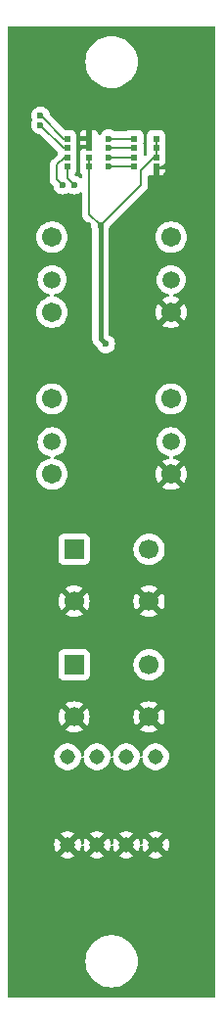
<source format=gbr>
%TF.GenerationSoftware,KiCad,Pcbnew,8.0.2*%
%TF.CreationDate,2024-05-27T22:07:23-04:00*%
%TF.ProjectId,tundraSaber,74756e64-7261-4536-9162-65722e6b6963,rev?*%
%TF.SameCoordinates,Original*%
%TF.FileFunction,Copper,L1,Top*%
%TF.FilePolarity,Positive*%
%FSLAX46Y46*%
G04 Gerber Fmt 4.6, Leading zero omitted, Abs format (unit mm)*
G04 Created by KiCad (PCBNEW 8.0.2) date 2024-05-27 22:07:23*
%MOMM*%
%LPD*%
G01*
G04 APERTURE LIST*
%TA.AperFunction,SMDPad,CuDef*%
%ADD10R,0.609600X0.508000*%
%TD*%
%TA.AperFunction,ComponentPad*%
%ADD11C,1.308100*%
%TD*%
%TA.AperFunction,ComponentPad*%
%ADD12R,1.700000X1.700000*%
%TD*%
%TA.AperFunction,ComponentPad*%
%ADD13C,1.700000*%
%TD*%
%TA.AperFunction,ComponentPad*%
%ADD14C,1.701800*%
%TD*%
%TA.AperFunction,ComponentPad*%
%ADD15C,1.498600*%
%TD*%
%TA.AperFunction,ViaPad*%
%ADD16C,0.600000*%
%TD*%
%TA.AperFunction,Conductor*%
%ADD17C,0.200000*%
%TD*%
%TA.AperFunction,Conductor*%
%ADD18C,0.400000*%
%TD*%
G04 APERTURE END LIST*
D10*
%TO.P,R2,8*%
%TO.N,/GND*%
X-1947500Y74769200D03*
%TO.P,R2,7*%
X-1947500Y73956400D03*
%TO.P,R2,6*%
%TO.N,/VCC*%
X-1947500Y73143600D03*
%TO.P,R2,5*%
X-1947500Y72330800D03*
%TO.P,R2,4*%
%TO.N,/SCL*%
X-3852500Y72330800D03*
%TO.P,R2,3*%
%TO.N,/SDA*%
X-3852500Y73143600D03*
%TO.P,R2,2*%
%TO.N,/ADDR0*%
X-3852500Y73956400D03*
%TO.P,R2,1*%
%TO.N,/ADDR1*%
X-3852500Y74769200D03*
%TD*%
%TO.P,R1,1*%
%TO.N,/INTA*%
X1947500Y74769200D03*
%TO.P,R1,2*%
%TO.N,/INTB*%
X1947500Y73956400D03*
%TO.P,R1,3*%
%TO.N,/RESET*%
X1947500Y73143600D03*
%TO.P,R1,4*%
%TO.N,/ADDR2*%
X1947500Y72330800D03*
%TO.P,R1,5*%
%TO.N,/GND*%
X3852500Y72330800D03*
%TO.P,R1,6*%
%TO.N,/VCC*%
X3852500Y73143600D03*
%TO.P,R1,7*%
X3852500Y73956400D03*
%TO.P,R1,8*%
X3852500Y74769200D03*
%TD*%
D11*
%TO.P,SW3,1,1*%
%TO.N,/DIP1*%
X3810000Y21310000D03*
%TO.P,SW3,2,2*%
%TO.N,/DIP2*%
X1270000Y21310000D03*
%TO.P,SW3,3,3*%
%TO.N,/DIP3*%
X-1270000Y21310000D03*
%TO.P,SW3,4,4*%
%TO.N,/DIP4*%
X-3810000Y21310000D03*
%TO.P,SW3,5,5*%
%TO.N,/GND*%
X-3810000Y13690000D03*
%TO.P,SW3,6,6*%
X-1270000Y13690000D03*
%TO.P,SW3,7,7*%
X1270000Y13690000D03*
%TO.P,SW3,8,8*%
X3810000Y13690000D03*
%TD*%
D12*
%TO.P,SW1,1,1*%
%TO.N,/BTN1*%
X-3250000Y39250000D03*
D13*
X3250000Y39250000D03*
%TO.P,SW1,2,2*%
%TO.N,/GND*%
X-3250000Y34750000D03*
X3250000Y34750000D03*
%TD*%
D12*
%TO.P,SW2,1,1*%
%TO.N,/BTN2*%
X-3250000Y29250000D03*
D13*
X3250000Y29250000D03*
%TO.P,SW2,2,2*%
%TO.N,/GND*%
X-3250000Y24750000D03*
X3250000Y24750000D03*
%TD*%
D14*
%TO.P,J2,6,6*%
%TO.N,/JOY2_BTN5*%
X5150000Y52250001D03*
D15*
%TO.P,J2,5,5*%
%TO.N,/JOY2_BTN4*%
X5150000Y48550000D03*
D14*
%TO.P,J2,4,4*%
%TO.N,/GND*%
X5150000Y45749999D03*
%TO.P,J2,1,1*%
%TO.N,/JOY2_BTN1*%
X-5150000Y52250001D03*
D15*
%TO.P,J2,2,2*%
%TO.N,/JOY2_BTN2*%
X-5150000Y48550000D03*
D14*
%TO.P,J2,3,3*%
%TO.N,/JOY2_BTN3*%
X-5150000Y45749999D03*
%TD*%
%TO.P,J1,3,3*%
%TO.N,/JOY1_BTN3*%
X-5150000Y59749999D03*
D15*
%TO.P,J1,2,2*%
%TO.N,/JOY1_BTN2*%
X-5150000Y62550000D03*
D14*
%TO.P,J1,1,1*%
%TO.N,/JOY1_BTN1*%
X-5150000Y66250001D03*
%TO.P,J1,4,4*%
%TO.N,/GND*%
X5150000Y59749999D03*
D15*
%TO.P,J1,5,5*%
%TO.N,/JOY1_BTN4*%
X5150000Y62550000D03*
D14*
%TO.P,J1,6,6*%
%TO.N,/JOY1_BTN5*%
X5150000Y66250001D03*
%TD*%
D16*
%TO.N,/GND*%
X-6000000Y57000000D03*
X-6000000Y58000000D03*
X-5000000Y58000000D03*
%TO.N,/INTA*%
X-250000Y74750000D03*
%TO.N,/INTB*%
X-250000Y73949997D03*
%TO.N,/RESET*%
X-250000Y73149994D03*
%TO.N,/ADDR0*%
X-6150000Y75949997D03*
%TO.N,/ADDR1*%
X-6150000Y76750000D03*
%TO.N,/ADDR2*%
X-250000Y72349991D03*
%TO.N,/SCL*%
X-3250000Y70750000D03*
%TO.N,/SDA*%
X-4250000Y70750000D03*
%TO.N,/VCC*%
X-500000Y57000000D03*
X-974999Y67250000D03*
%TO.N,/GND*%
X-2000000Y67250000D03*
X5500000Y57000000D03*
X5500000Y58000000D03*
X4500000Y58000000D03*
X-8500000Y2000000D03*
X-7500000Y1000000D03*
X-8500000Y1000000D03*
X7500000Y1000000D03*
X8500000Y2000000D03*
X8500000Y1000000D03*
X7500000Y84000000D03*
X8500000Y83000000D03*
X8500000Y84000000D03*
X-7500000Y84000000D03*
X-8500000Y83000000D03*
X-8500000Y84000000D03*
%TD*%
D17*
%TO.N,/ADDR1*%
X-6150000Y76750000D02*
X-6101474Y76750000D01*
X-4120674Y74769200D02*
X-3852500Y74769200D01*
X-6101474Y76750000D02*
X-4120674Y74769200D01*
%TO.N,/VCC*%
X-1947500Y72330800D02*
X-1947500Y73143600D01*
X-974999Y67250000D02*
X-1947500Y68222501D01*
X-1947500Y68222501D02*
X-1947500Y72330800D01*
%TO.N,/SCL*%
X-3250000Y70750000D02*
X-3852500Y71352500D01*
X-3852500Y71352500D02*
X-3852500Y72330800D01*
%TO.N,/SDA*%
X-4750000Y71250000D02*
X-4750000Y72500000D01*
X-4250000Y70750000D02*
X-4750000Y71250000D01*
X-4750000Y72500000D02*
X-4106400Y73143600D01*
X-4106400Y73143600D02*
X-3852500Y73143600D01*
%TO.N,/ADDR0*%
X-6150000Y75949997D02*
X-4156403Y73956400D01*
X-4156403Y73956400D02*
X-3852500Y73956400D01*
%TO.N,/VCC*%
X3852500Y73956400D02*
X3852500Y74769200D01*
X2552300Y72052300D02*
X3852500Y73352500D01*
X3852500Y73352500D02*
X3852500Y73956400D01*
X-974999Y67250000D02*
X2552300Y70777299D01*
X2552300Y72052300D02*
X3643600Y73143600D01*
X2552300Y70777299D02*
X2552300Y72052300D01*
X3643600Y73143600D02*
X3852500Y73143600D01*
%TO.N,/ADDR2*%
X-250000Y72349991D02*
X-230809Y72330800D01*
X-230809Y72330800D02*
X1947500Y72330800D01*
%TO.N,/RESET*%
X-250000Y73149994D02*
X-243606Y73143600D01*
X-243606Y73143600D02*
X1947500Y73143600D01*
%TO.N,/INTB*%
X-250000Y73949997D02*
X-243597Y73956400D01*
X-243597Y73956400D02*
X1947500Y73956400D01*
%TO.N,/INTA*%
X-250000Y74750000D02*
X-230800Y74769200D01*
X-230800Y74769200D02*
X1947500Y74769200D01*
D18*
%TO.N,/VCC*%
X-500000Y57000000D02*
X-974999Y57474999D01*
X-974999Y57474999D02*
X-974999Y67250000D01*
%TD*%
%TA.AperFunction,Conductor*%
%TO.N,/GND*%
G36*
X8942539Y84479815D02*
G01*
X8988294Y84427011D01*
X8999500Y84375500D01*
X8999500Y624500D01*
X8979815Y557461D01*
X8927011Y511706D01*
X8875500Y500500D01*
X-8875500Y500500D01*
X-8942539Y520185D01*
X-8988294Y572989D01*
X-8999500Y624500D01*
X-8999500Y3613007D01*
X-2255329Y3613007D01*
X-2255329Y3612992D01*
X-2241108Y3396027D01*
X-2236034Y3318620D01*
X-2178481Y3029278D01*
X-2083652Y2749923D01*
X-2083650Y2749919D01*
X-1953174Y2485339D01*
X-1953170Y2485332D01*
X-1789274Y2240044D01*
X-1594758Y2018241D01*
X-1372955Y1823725D01*
X-1127667Y1659829D01*
X-1127660Y1659825D01*
X-863080Y1529349D01*
X-583730Y1434521D01*
X-583724Y1434519D01*
X-583722Y1434519D01*
X-294380Y1376966D01*
X-294373Y1376965D01*
X-294363Y1376964D01*
X-7Y1357671D01*
X0Y1357671D01*
X7Y1357671D01*
X294363Y1376964D01*
X294373Y1376965D01*
X294380Y1376966D01*
X583722Y1434519D01*
X583724Y1434519D01*
X583730Y1434521D01*
X863080Y1529349D01*
X1127660Y1659825D01*
X1127667Y1659829D01*
X1372955Y1823725D01*
X1594758Y2018241D01*
X1789274Y2240044D01*
X1953170Y2485332D01*
X1953174Y2485339D01*
X2083650Y2749919D01*
X2083652Y2749923D01*
X2178481Y3029278D01*
X2236034Y3318620D01*
X2241108Y3396027D01*
X2255329Y3612992D01*
X2255329Y3613007D01*
X2236035Y3907363D01*
X2236034Y3907380D01*
X2178481Y4196722D01*
X2083652Y4476077D01*
X1953172Y4740664D01*
X1789273Y4985957D01*
X1594758Y5207758D01*
X1372957Y5402273D01*
X1127665Y5566172D01*
X863077Y5696652D01*
X583722Y5791481D01*
X294380Y5849034D01*
X235675Y5852881D01*
X7Y5868329D01*
X-7Y5868329D01*
X-235675Y5852881D01*
X-294380Y5849034D01*
X-583722Y5791481D01*
X-863077Y5696652D01*
X-1127664Y5566172D01*
X-1372957Y5402273D01*
X-1594758Y5207758D01*
X-1789273Y4985957D01*
X-1953172Y4740664D01*
X-2083652Y4476077D01*
X-2178481Y4196722D01*
X-2236034Y3907380D01*
X-2236035Y3907363D01*
X-2255329Y3613007D01*
X-8999500Y3613007D01*
X-8999500Y13690000D01*
X-4968994Y13690000D01*
X-4968994Y13689999D01*
X-4949260Y13477039D01*
X-4890728Y13271319D01*
X-4795400Y13079874D01*
X-4795399Y13079871D01*
X-4786053Y13067497D01*
X-4216400Y13637151D01*
X-4216400Y13636496D01*
X-4188705Y13533135D01*
X-4135201Y13440464D01*
X-4059536Y13364799D01*
X-3966865Y13311295D01*
X-3863504Y13283600D01*
X-3862848Y13283600D01*
X-4429948Y12716498D01*
X-4429948Y12716497D01*
X-4326608Y12652511D01*
X-4326607Y12652510D01*
X-4127176Y12575251D01*
X-3916936Y12535950D01*
X-3703064Y12535950D01*
X-3492823Y12575251D01*
X-3293394Y12652509D01*
X-3293393Y12652510D01*
X-3190050Y12716497D01*
X-3757152Y13283600D01*
X-3756496Y13283600D01*
X-3653135Y13311295D01*
X-3560464Y13364799D01*
X-3484799Y13440464D01*
X-3431295Y13533135D01*
X-3403600Y13636496D01*
X-3403600Y13637154D01*
X-2833944Y13067498D01*
X-2833943Y13067498D01*
X-2824603Y13079866D01*
X-2729271Y13271319D01*
X-2670739Y13477039D01*
X-2663471Y13555480D01*
X-2637685Y13620417D01*
X-2580884Y13661105D01*
X-2511103Y13664625D01*
X-2450497Y13629860D01*
X-2418307Y13567847D01*
X-2416529Y13555480D01*
X-2409260Y13477039D01*
X-2350728Y13271319D01*
X-2255400Y13079874D01*
X-2255399Y13079871D01*
X-2246053Y13067497D01*
X-1676400Y13637151D01*
X-1676400Y13636496D01*
X-1648705Y13533135D01*
X-1595201Y13440464D01*
X-1519536Y13364799D01*
X-1426865Y13311295D01*
X-1323504Y13283600D01*
X-1322848Y13283600D01*
X-1889948Y12716498D01*
X-1889948Y12716497D01*
X-1786608Y12652511D01*
X-1786607Y12652510D01*
X-1587176Y12575251D01*
X-1376936Y12535950D01*
X-1163064Y12535950D01*
X-952823Y12575251D01*
X-753394Y12652509D01*
X-753393Y12652510D01*
X-650050Y12716497D01*
X-1217152Y13283600D01*
X-1216496Y13283600D01*
X-1113135Y13311295D01*
X-1020464Y13364799D01*
X-944799Y13440464D01*
X-891295Y13533135D01*
X-863600Y13636496D01*
X-863600Y13637154D01*
X-293944Y13067498D01*
X-293943Y13067498D01*
X-284603Y13079866D01*
X-189271Y13271319D01*
X-130739Y13477039D01*
X-123471Y13555480D01*
X-97685Y13620417D01*
X-40884Y13661105D01*
X28897Y13664625D01*
X89503Y13629860D01*
X121693Y13567847D01*
X123471Y13555480D01*
X130739Y13477039D01*
X189271Y13271319D01*
X284603Y13079866D01*
X293943Y13067498D01*
X293944Y13067498D01*
X863600Y13637154D01*
X863600Y13636496D01*
X891295Y13533135D01*
X944799Y13440464D01*
X1020464Y13364799D01*
X1113135Y13311295D01*
X1216496Y13283600D01*
X1217152Y13283600D01*
X650050Y12716497D01*
X753393Y12652510D01*
X753394Y12652509D01*
X952823Y12575251D01*
X1163064Y12535950D01*
X1376936Y12535950D01*
X1587176Y12575251D01*
X1786607Y12652510D01*
X1786608Y12652511D01*
X1889948Y12716497D01*
X1889948Y12716498D01*
X1322848Y13283600D01*
X1323504Y13283600D01*
X1426865Y13311295D01*
X1519536Y13364799D01*
X1595201Y13440464D01*
X1648705Y13533135D01*
X1676400Y13636496D01*
X1676400Y13637151D01*
X2246054Y13067497D01*
X2255399Y13079871D01*
X2255400Y13079874D01*
X2350728Y13271319D01*
X2409260Y13477039D01*
X2416529Y13555480D01*
X2442315Y13620417D01*
X2499116Y13661105D01*
X2568897Y13664625D01*
X2629503Y13629860D01*
X2661693Y13567847D01*
X2663471Y13555480D01*
X2670739Y13477039D01*
X2729271Y13271319D01*
X2824603Y13079866D01*
X2833943Y13067498D01*
X2833944Y13067498D01*
X3403600Y13637154D01*
X3403600Y13636496D01*
X3431295Y13533135D01*
X3484799Y13440464D01*
X3560464Y13364799D01*
X3653135Y13311295D01*
X3756496Y13283600D01*
X3757152Y13283600D01*
X3190050Y12716497D01*
X3293393Y12652510D01*
X3293394Y12652509D01*
X3492823Y12575251D01*
X3703064Y12535950D01*
X3916936Y12535950D01*
X4127176Y12575251D01*
X4326607Y12652510D01*
X4326608Y12652511D01*
X4429948Y12716497D01*
X4429948Y12716498D01*
X3862848Y13283600D01*
X3863504Y13283600D01*
X3966865Y13311295D01*
X4059536Y13364799D01*
X4135201Y13440464D01*
X4188705Y13533135D01*
X4216400Y13636496D01*
X4216400Y13637151D01*
X4786054Y13067497D01*
X4795399Y13079871D01*
X4795400Y13079874D01*
X4890728Y13271319D01*
X4949260Y13477039D01*
X4968994Y13689999D01*
X4968994Y13690000D01*
X4949260Y13902960D01*
X4890728Y14108680D01*
X4795398Y14300129D01*
X4795395Y14300133D01*
X4786055Y14312500D01*
X4786053Y14312500D01*
X4216400Y13742847D01*
X4216400Y13743504D01*
X4188705Y13846865D01*
X4135201Y13939536D01*
X4059536Y14015201D01*
X3966865Y14068705D01*
X3863504Y14096400D01*
X3862848Y14096400D01*
X4429947Y14663501D01*
X4326605Y14727490D01*
X4127176Y14804748D01*
X3916936Y14844050D01*
X3703064Y14844050D01*
X3492823Y14804748D01*
X3293392Y14727489D01*
X3293388Y14727487D01*
X3190051Y14663502D01*
X3190051Y14663501D01*
X3757153Y14096400D01*
X3756496Y14096400D01*
X3653135Y14068705D01*
X3560464Y14015201D01*
X3484799Y13939536D01*
X3431295Y13846865D01*
X3403600Y13743504D01*
X3403600Y13742845D01*
X2833943Y14312501D01*
X2824604Y14300134D01*
X2824599Y14300126D01*
X2729271Y14108680D01*
X2670739Y13902960D01*
X2663471Y13824519D01*
X2637685Y13759582D01*
X2580885Y13718894D01*
X2511104Y13715374D01*
X2450497Y13750139D01*
X2418307Y13812152D01*
X2416529Y13824519D01*
X2409260Y13902960D01*
X2350728Y14108680D01*
X2255398Y14300129D01*
X2255395Y14300133D01*
X2246055Y14312500D01*
X2246053Y14312500D01*
X1676400Y13742847D01*
X1676400Y13743504D01*
X1648705Y13846865D01*
X1595201Y13939536D01*
X1519536Y14015201D01*
X1426865Y14068705D01*
X1323504Y14096400D01*
X1322848Y14096400D01*
X1889947Y14663501D01*
X1786605Y14727490D01*
X1587176Y14804748D01*
X1376936Y14844050D01*
X1163064Y14844050D01*
X952823Y14804748D01*
X753392Y14727489D01*
X753388Y14727487D01*
X650051Y14663502D01*
X650051Y14663501D01*
X1217153Y14096400D01*
X1216496Y14096400D01*
X1113135Y14068705D01*
X1020464Y14015201D01*
X944799Y13939536D01*
X891295Y13846865D01*
X863600Y13743504D01*
X863600Y13742845D01*
X293943Y14312501D01*
X284604Y14300134D01*
X284599Y14300126D01*
X189271Y14108680D01*
X130739Y13902960D01*
X123471Y13824519D01*
X97685Y13759582D01*
X40885Y13718894D01*
X-28896Y13715374D01*
X-89503Y13750139D01*
X-121693Y13812152D01*
X-123471Y13824519D01*
X-130739Y13902960D01*
X-189271Y14108680D01*
X-284599Y14300126D01*
X-284604Y14300134D01*
X-293943Y14312500D01*
X-863600Y13742845D01*
X-863600Y13743504D01*
X-891295Y13846865D01*
X-944799Y13939536D01*
X-1020464Y14015201D01*
X-1113135Y14068705D01*
X-1216496Y14096400D01*
X-1217153Y14096400D01*
X-650051Y14663501D01*
X-650051Y14663502D01*
X-753388Y14727487D01*
X-753392Y14727489D01*
X-952823Y14804748D01*
X-1163064Y14844050D01*
X-1376936Y14844050D01*
X-1587176Y14804748D01*
X-1786605Y14727490D01*
X-1889947Y14663501D01*
X-1322848Y14096400D01*
X-1323504Y14096400D01*
X-1426865Y14068705D01*
X-1519536Y14015201D01*
X-1595201Y13939536D01*
X-1648705Y13846865D01*
X-1676400Y13743504D01*
X-1676400Y13742847D01*
X-2246053Y14312500D01*
X-2246055Y14312500D01*
X-2255395Y14300133D01*
X-2255398Y14300129D01*
X-2350728Y14108680D01*
X-2409260Y13902960D01*
X-2416529Y13824519D01*
X-2442315Y13759582D01*
X-2499115Y13718894D01*
X-2568896Y13715374D01*
X-2629503Y13750139D01*
X-2661693Y13812152D01*
X-2663471Y13824519D01*
X-2670739Y13902960D01*
X-2729271Y14108680D01*
X-2824599Y14300126D01*
X-2824604Y14300134D01*
X-2833943Y14312500D01*
X-3403600Y13742845D01*
X-3403600Y13743504D01*
X-3431295Y13846865D01*
X-3484799Y13939536D01*
X-3560464Y14015201D01*
X-3653135Y14068705D01*
X-3756496Y14096400D01*
X-3757153Y14096400D01*
X-3190051Y14663501D01*
X-3190051Y14663502D01*
X-3293388Y14727487D01*
X-3293392Y14727489D01*
X-3492823Y14804748D01*
X-3703064Y14844050D01*
X-3916936Y14844050D01*
X-4127176Y14804748D01*
X-4326605Y14727490D01*
X-4429947Y14663501D01*
X-3862848Y14096400D01*
X-3863504Y14096400D01*
X-3966865Y14068705D01*
X-4059536Y14015201D01*
X-4135201Y13939536D01*
X-4188705Y13846865D01*
X-4216400Y13743504D01*
X-4216400Y13742847D01*
X-4786053Y14312500D01*
X-4786055Y14312500D01*
X-4795395Y14300133D01*
X-4795398Y14300129D01*
X-4890728Y14108680D01*
X-4949260Y13902960D01*
X-4968994Y13690000D01*
X-8999500Y13690000D01*
X-8999500Y21310000D01*
X-4969496Y21310000D01*
X-4949753Y21096943D01*
X-4891198Y20891142D01*
X-4891196Y20891138D01*
X-4795826Y20699609D01*
X-4795821Y20699601D01*
X-4666876Y20528850D01*
X-4508752Y20384702D01*
X-4508750Y20384700D01*
X-4326835Y20272063D01*
X-4326832Y20272062D01*
X-4127311Y20194767D01*
X-3916985Y20155450D01*
X-3916983Y20155450D01*
X-3703017Y20155450D01*
X-3703015Y20155450D01*
X-3492689Y20194767D01*
X-3366514Y20243647D01*
X-3293170Y20272061D01*
X-3293164Y20272063D01*
X-3111249Y20384700D01*
X-3111247Y20384702D01*
X-2953123Y20528850D01*
X-2824178Y20699601D01*
X-2824173Y20699609D01*
X-2728803Y20891138D01*
X-2670246Y21096947D01*
X-2663471Y21170066D01*
X-2637685Y21235003D01*
X-2580884Y21275690D01*
X-2511103Y21279210D01*
X-2450497Y21244444D01*
X-2418307Y21182432D01*
X-2416529Y21170066D01*
X-2409753Y21096943D01*
X-2351198Y20891142D01*
X-2351196Y20891138D01*
X-2255826Y20699609D01*
X-2255821Y20699601D01*
X-2126876Y20528850D01*
X-1968752Y20384702D01*
X-1968750Y20384700D01*
X-1786835Y20272063D01*
X-1786832Y20272062D01*
X-1587311Y20194767D01*
X-1376985Y20155450D01*
X-1376983Y20155450D01*
X-1163017Y20155450D01*
X-1163015Y20155450D01*
X-952689Y20194767D01*
X-826514Y20243647D01*
X-753170Y20272061D01*
X-753164Y20272063D01*
X-571249Y20384700D01*
X-571247Y20384702D01*
X-413123Y20528850D01*
X-284178Y20699601D01*
X-284173Y20699609D01*
X-188803Y20891138D01*
X-130246Y21096947D01*
X-123471Y21170066D01*
X-97685Y21235003D01*
X-40884Y21275690D01*
X28897Y21279210D01*
X89503Y21244444D01*
X121693Y21182432D01*
X123471Y21170066D01*
X130246Y21096947D01*
X188803Y20891138D01*
X284173Y20699609D01*
X284178Y20699601D01*
X413123Y20528850D01*
X571247Y20384702D01*
X571249Y20384700D01*
X753164Y20272063D01*
X753170Y20272061D01*
X798101Y20254654D01*
X952689Y20194767D01*
X1163015Y20155450D01*
X1163017Y20155450D01*
X1376983Y20155450D01*
X1376985Y20155450D01*
X1587311Y20194767D01*
X1786832Y20272062D01*
X1786835Y20272063D01*
X1968750Y20384700D01*
X1968752Y20384702D01*
X2126876Y20528850D01*
X2255821Y20699601D01*
X2255826Y20699609D01*
X2351196Y20891138D01*
X2351198Y20891142D01*
X2409753Y21096943D01*
X2416529Y21170066D01*
X2442315Y21235003D01*
X2499116Y21275690D01*
X2568897Y21279210D01*
X2629503Y21244444D01*
X2661693Y21182432D01*
X2663471Y21170066D01*
X2670246Y21096947D01*
X2728803Y20891138D01*
X2824173Y20699609D01*
X2824178Y20699601D01*
X2953123Y20528850D01*
X3111247Y20384702D01*
X3111249Y20384700D01*
X3293164Y20272063D01*
X3293170Y20272061D01*
X3338101Y20254654D01*
X3492689Y20194767D01*
X3703015Y20155450D01*
X3703017Y20155450D01*
X3916983Y20155450D01*
X3916985Y20155450D01*
X4127311Y20194767D01*
X4326832Y20272062D01*
X4326835Y20272063D01*
X4508750Y20384700D01*
X4508752Y20384702D01*
X4666876Y20528850D01*
X4795821Y20699601D01*
X4795826Y20699609D01*
X4891196Y20891138D01*
X4891198Y20891142D01*
X4949753Y21096943D01*
X4969496Y21310000D01*
X4949753Y21523057D01*
X4891198Y21728858D01*
X4795823Y21920396D01*
X4666878Y22091147D01*
X4508752Y22235298D01*
X4326832Y22347938D01*
X4127311Y22425233D01*
X3916985Y22464550D01*
X3703015Y22464550D01*
X3492689Y22425233D01*
X3293168Y22347938D01*
X3293165Y22347936D01*
X3293164Y22347936D01*
X3111249Y22235299D01*
X3111247Y22235297D01*
X2953123Y22091149D01*
X2824178Y21920398D01*
X2824173Y21920390D01*
X2728803Y21728861D01*
X2670246Y21523052D01*
X2663471Y21449934D01*
X2637685Y21384996D01*
X2580884Y21344309D01*
X2511103Y21340789D01*
X2450497Y21375554D01*
X2418307Y21437567D01*
X2416529Y21449934D01*
X2409753Y21523052D01*
X2409753Y21523057D01*
X2351198Y21728858D01*
X2255823Y21920396D01*
X2126878Y22091147D01*
X1968752Y22235298D01*
X1786832Y22347938D01*
X1587311Y22425233D01*
X1376985Y22464550D01*
X1163015Y22464550D01*
X952689Y22425233D01*
X753168Y22347938D01*
X753165Y22347936D01*
X753164Y22347936D01*
X571249Y22235299D01*
X571247Y22235297D01*
X413123Y22091149D01*
X284178Y21920398D01*
X284173Y21920390D01*
X188803Y21728861D01*
X130246Y21523052D01*
X123471Y21449934D01*
X97685Y21384996D01*
X40884Y21344309D01*
X-28897Y21340789D01*
X-89503Y21375554D01*
X-121693Y21437567D01*
X-123471Y21449934D01*
X-130246Y21523052D01*
X-188803Y21728861D01*
X-284173Y21920390D01*
X-284178Y21920398D01*
X-413123Y22091149D01*
X-571247Y22235297D01*
X-571249Y22235299D01*
X-753164Y22347936D01*
X-753165Y22347936D01*
X-753168Y22347938D01*
X-952689Y22425233D01*
X-1163015Y22464550D01*
X-1376985Y22464550D01*
X-1587311Y22425233D01*
X-1786832Y22347938D01*
X-1968752Y22235298D01*
X-2126878Y22091147D01*
X-2255823Y21920396D01*
X-2351198Y21728858D01*
X-2409753Y21523057D01*
X-2409753Y21523052D01*
X-2416529Y21449934D01*
X-2442315Y21384996D01*
X-2499116Y21344309D01*
X-2568897Y21340789D01*
X-2629503Y21375554D01*
X-2661693Y21437567D01*
X-2663471Y21449934D01*
X-2670246Y21523052D01*
X-2728803Y21728861D01*
X-2824173Y21920390D01*
X-2824178Y21920398D01*
X-2953123Y22091149D01*
X-3111247Y22235297D01*
X-3111249Y22235299D01*
X-3293164Y22347936D01*
X-3293165Y22347936D01*
X-3293168Y22347938D01*
X-3492689Y22425233D01*
X-3703015Y22464550D01*
X-3916985Y22464550D01*
X-4127311Y22425233D01*
X-4326832Y22347938D01*
X-4508752Y22235298D01*
X-4666878Y22091147D01*
X-4795823Y21920396D01*
X-4891198Y21728858D01*
X-4949753Y21523057D01*
X-4969496Y21310000D01*
X-8999500Y21310000D01*
X-8999500Y24750001D01*
X-4605157Y24750001D01*
X-4605157Y24749998D01*
X-4584569Y24514684D01*
X-4584567Y24514673D01*
X-4523433Y24286516D01*
X-4523429Y24286507D01*
X-4423599Y24072421D01*
X-4364925Y23988625D01*
X-3732962Y24620589D01*
X-3715925Y24557007D01*
X-3650099Y24442993D01*
X-3557007Y24349901D01*
X-3442993Y24284075D01*
X-3379410Y24267037D01*
X-4011373Y23635073D01*
X-4011373Y23635072D01*
X-3927583Y23576402D01*
X-3927579Y23576400D01*
X-3713492Y23476570D01*
X-3713483Y23476566D01*
X-3485326Y23415432D01*
X-3485315Y23415430D01*
X-3250002Y23394843D01*
X-3249998Y23394843D01*
X-3014684Y23415430D01*
X-3014673Y23415432D01*
X-2786516Y23476566D01*
X-2786507Y23476570D01*
X-2572417Y23576402D01*
X-2488626Y23635072D01*
X-2488625Y23635073D01*
X-3120590Y24267037D01*
X-3057007Y24284075D01*
X-2942993Y24349901D01*
X-2849901Y24442993D01*
X-2784075Y24557007D01*
X-2767037Y24620589D01*
X-2135073Y23988625D01*
X-2135072Y23988626D01*
X-2076402Y24072417D01*
X-1976570Y24286507D01*
X-1976566Y24286516D01*
X-1915432Y24514673D01*
X-1915430Y24514684D01*
X-1894843Y24749998D01*
X-1894843Y24750001D01*
X1894843Y24750001D01*
X1894843Y24749998D01*
X1915430Y24514684D01*
X1915432Y24514673D01*
X1976566Y24286516D01*
X1976570Y24286507D01*
X2076402Y24072417D01*
X2135072Y23988626D01*
X2135073Y23988625D01*
X2767037Y24620589D01*
X2784075Y24557007D01*
X2849901Y24442993D01*
X2942993Y24349901D01*
X3057007Y24284075D01*
X3120590Y24267037D01*
X2488625Y23635073D01*
X2488626Y23635072D01*
X2572417Y23576402D01*
X2786507Y23476570D01*
X2786516Y23476566D01*
X3014673Y23415432D01*
X3014684Y23415430D01*
X3249998Y23394843D01*
X3250002Y23394843D01*
X3485315Y23415430D01*
X3485326Y23415432D01*
X3713483Y23476566D01*
X3713492Y23476570D01*
X3927579Y23576400D01*
X3927583Y23576402D01*
X4011373Y23635072D01*
X4011373Y23635073D01*
X3379410Y24267037D01*
X3442993Y24284075D01*
X3557007Y24349901D01*
X3650099Y24442993D01*
X3715925Y24557007D01*
X3732962Y24620589D01*
X4364925Y23988625D01*
X4423599Y24072421D01*
X4523429Y24286507D01*
X4523433Y24286516D01*
X4584567Y24514673D01*
X4584569Y24514684D01*
X4605157Y24749998D01*
X4605157Y24750001D01*
X4584569Y24985315D01*
X4584567Y24985326D01*
X4523433Y25213483D01*
X4523429Y25213492D01*
X4423601Y25427575D01*
X4364925Y25511373D01*
X3732962Y24879409D01*
X3715925Y24942993D01*
X3650099Y25057007D01*
X3557007Y25150099D01*
X3442993Y25215925D01*
X3379409Y25232962D01*
X4011373Y25864925D01*
X4011373Y25864926D01*
X3927582Y25923598D01*
X3927578Y25923600D01*
X3713492Y26023429D01*
X3713483Y26023433D01*
X3485326Y26084567D01*
X3485315Y26084569D01*
X3250002Y26105157D01*
X3249998Y26105157D01*
X3014684Y26084569D01*
X3014673Y26084567D01*
X2786516Y26023433D01*
X2786507Y26023429D01*
X2572423Y25923600D01*
X2572421Y25923599D01*
X2488626Y25864925D01*
X2488625Y25864925D01*
X3120590Y25232962D01*
X3057007Y25215925D01*
X2942993Y25150099D01*
X2849901Y25057007D01*
X2784075Y24942993D01*
X2767037Y24879409D01*
X2135074Y25511373D01*
X2135073Y25511372D01*
X2076400Y25427578D01*
X2076399Y25427576D01*
X1976570Y25213492D01*
X1976566Y25213483D01*
X1915432Y24985326D01*
X1915430Y24985315D01*
X1894843Y24750001D01*
X-1894843Y24750001D01*
X-1915430Y24985315D01*
X-1915432Y24985326D01*
X-1976566Y25213483D01*
X-1976570Y25213492D01*
X-2076399Y25427576D01*
X-2076400Y25427578D01*
X-2135073Y25511372D01*
X-2135074Y25511373D01*
X-2767037Y24879409D01*
X-2784075Y24942993D01*
X-2849901Y25057007D01*
X-2942993Y25150099D01*
X-3057007Y25215925D01*
X-3120590Y25232962D01*
X-2488625Y25864925D01*
X-2572421Y25923599D01*
X-2786507Y26023429D01*
X-2786516Y26023433D01*
X-3014673Y26084567D01*
X-3014684Y26084569D01*
X-3249998Y26105157D01*
X-3250002Y26105157D01*
X-3485315Y26084569D01*
X-3485326Y26084567D01*
X-3713483Y26023433D01*
X-3713492Y26023429D01*
X-3927575Y25923601D01*
X-4011373Y25864925D01*
X-3379409Y25232962D01*
X-3442993Y25215925D01*
X-3557007Y25150099D01*
X-3650099Y25057007D01*
X-3715925Y24942993D01*
X-3732962Y24879409D01*
X-4364925Y25511373D01*
X-4423601Y25427575D01*
X-4523429Y25213492D01*
X-4523433Y25213483D01*
X-4584567Y24985326D01*
X-4584569Y24985315D01*
X-4605157Y24750001D01*
X-8999500Y24750001D01*
X-8999500Y30147873D01*
X-4600500Y30147873D01*
X-4600499Y28352128D01*
X-4595299Y28303757D01*
X-4594091Y28292516D01*
X-4543797Y28157671D01*
X-4543793Y28157664D01*
X-4457547Y28042455D01*
X-4457544Y28042452D01*
X-4342335Y27956206D01*
X-4342328Y27956202D01*
X-4207482Y27905908D01*
X-4207483Y27905908D01*
X-4147883Y27899501D01*
X-4147881Y27899500D01*
X-4147873Y27899500D01*
X-4147864Y27899500D01*
X-2352129Y27899500D01*
X-2352123Y27899501D01*
X-2292516Y27905908D01*
X-2157671Y27956202D01*
X-2157664Y27956206D01*
X-2042455Y28042452D01*
X-2042452Y28042455D01*
X-1956206Y28157664D01*
X-1956202Y28157671D01*
X-1905908Y28292517D01*
X-1899501Y28352116D01*
X-1899500Y28352119D01*
X-1899500Y28352127D01*
X-1899500Y29249999D01*
X-1899500Y29250000D01*
X1894341Y29250000D01*
X1894341Y29249999D01*
X1914936Y29014596D01*
X1914938Y29014586D01*
X1976094Y28786344D01*
X1976098Y28786335D01*
X2075965Y28572169D01*
X2075967Y28572165D01*
X2211501Y28378604D01*
X2211506Y28378597D01*
X2378597Y28211506D01*
X2378604Y28211501D01*
X2572165Y28075967D01*
X2572169Y28075965D01*
X2786335Y27976098D01*
X2786344Y27976094D01*
X3014586Y27914938D01*
X3014596Y27914936D01*
X3249999Y27894341D01*
X3250000Y27894341D01*
X3250001Y27894341D01*
X3485403Y27914936D01*
X3485413Y27914938D01*
X3713655Y27976094D01*
X3713659Y27976096D01*
X3713663Y27976097D01*
X3927830Y28075965D01*
X3927834Y28075967D01*
X4121395Y28211501D01*
X4121402Y28211506D01*
X4288493Y28378597D01*
X4288495Y28378599D01*
X4356265Y28475384D01*
X4424032Y28572165D01*
X4424034Y28572169D01*
X4424035Y28572170D01*
X4523903Y28786337D01*
X4585063Y29014592D01*
X4605659Y29250000D01*
X4585063Y29485408D01*
X4523903Y29713663D01*
X4424035Y29927829D01*
X4288495Y30121401D01*
X4121401Y30288495D01*
X3927830Y30424035D01*
X3713663Y30523903D01*
X3485408Y30585063D01*
X3289234Y30602226D01*
X3250001Y30605659D01*
X3249999Y30605659D01*
X3202918Y30601539D01*
X3014592Y30585063D01*
X2786337Y30523903D01*
X2572171Y30424035D01*
X2572169Y30424034D01*
X2378597Y30288494D01*
X2211505Y30121402D01*
X2075965Y29927830D01*
X2075964Y29927828D01*
X2026031Y29820746D01*
X1976097Y29713663D01*
X1976096Y29713659D01*
X1976094Y29713655D01*
X1914938Y29485413D01*
X1914936Y29485403D01*
X1894341Y29250000D01*
X-1899500Y29250000D01*
X-1899500Y30147870D01*
X-1899501Y30147876D01*
X-1905908Y30207483D01*
X-1956202Y30342328D01*
X-1956206Y30342335D01*
X-2042452Y30457544D01*
X-2042455Y30457547D01*
X-2157664Y30543793D01*
X-2157671Y30543797D01*
X-2292517Y30594091D01*
X-2292516Y30594091D01*
X-2298925Y30594779D01*
X-2352127Y30600500D01*
X-4147872Y30600499D01*
X-4207483Y30594091D01*
X-4342331Y30543796D01*
X-4457546Y30457546D01*
X-4543796Y30342331D01*
X-4594091Y30207483D01*
X-4600500Y30147873D01*
X-8999500Y30147873D01*
X-8999500Y34750001D01*
X-4605157Y34750001D01*
X-4605157Y34749998D01*
X-4584569Y34514684D01*
X-4584567Y34514673D01*
X-4523433Y34286516D01*
X-4523429Y34286507D01*
X-4423599Y34072421D01*
X-4364925Y33988625D01*
X-3732962Y34620589D01*
X-3715925Y34557007D01*
X-3650099Y34442993D01*
X-3557007Y34349901D01*
X-3442993Y34284075D01*
X-3379410Y34267037D01*
X-4011373Y33635073D01*
X-4011373Y33635072D01*
X-3927583Y33576402D01*
X-3927579Y33576400D01*
X-3713492Y33476570D01*
X-3713483Y33476566D01*
X-3485326Y33415432D01*
X-3485315Y33415430D01*
X-3250002Y33394843D01*
X-3249998Y33394843D01*
X-3014684Y33415430D01*
X-3014673Y33415432D01*
X-2786516Y33476566D01*
X-2786507Y33476570D01*
X-2572417Y33576402D01*
X-2488626Y33635072D01*
X-2488625Y33635073D01*
X-3120590Y34267037D01*
X-3057007Y34284075D01*
X-2942993Y34349901D01*
X-2849901Y34442993D01*
X-2784075Y34557007D01*
X-2767037Y34620589D01*
X-2135073Y33988625D01*
X-2135072Y33988626D01*
X-2076402Y34072417D01*
X-1976570Y34286507D01*
X-1976566Y34286516D01*
X-1915432Y34514673D01*
X-1915430Y34514684D01*
X-1894843Y34749998D01*
X-1894843Y34750001D01*
X1894843Y34750001D01*
X1894843Y34749998D01*
X1915430Y34514684D01*
X1915432Y34514673D01*
X1976566Y34286516D01*
X1976570Y34286507D01*
X2076402Y34072417D01*
X2135072Y33988626D01*
X2135073Y33988625D01*
X2767037Y34620589D01*
X2784075Y34557007D01*
X2849901Y34442993D01*
X2942993Y34349901D01*
X3057007Y34284075D01*
X3120590Y34267037D01*
X2488625Y33635073D01*
X2488626Y33635072D01*
X2572417Y33576402D01*
X2786507Y33476570D01*
X2786516Y33476566D01*
X3014673Y33415432D01*
X3014684Y33415430D01*
X3249998Y33394843D01*
X3250002Y33394843D01*
X3485315Y33415430D01*
X3485326Y33415432D01*
X3713483Y33476566D01*
X3713492Y33476570D01*
X3927579Y33576400D01*
X3927583Y33576402D01*
X4011373Y33635072D01*
X4011373Y33635073D01*
X3379410Y34267037D01*
X3442993Y34284075D01*
X3557007Y34349901D01*
X3650099Y34442993D01*
X3715925Y34557007D01*
X3732962Y34620589D01*
X4364925Y33988625D01*
X4423599Y34072421D01*
X4523429Y34286507D01*
X4523433Y34286516D01*
X4584567Y34514673D01*
X4584569Y34514684D01*
X4605157Y34749998D01*
X4605157Y34750001D01*
X4584569Y34985315D01*
X4584567Y34985326D01*
X4523433Y35213483D01*
X4523429Y35213492D01*
X4423601Y35427575D01*
X4364925Y35511373D01*
X3732962Y34879409D01*
X3715925Y34942993D01*
X3650099Y35057007D01*
X3557007Y35150099D01*
X3442993Y35215925D01*
X3379409Y35232962D01*
X4011373Y35864925D01*
X4011373Y35864926D01*
X3927582Y35923598D01*
X3927578Y35923600D01*
X3713492Y36023429D01*
X3713483Y36023433D01*
X3485326Y36084567D01*
X3485315Y36084569D01*
X3250002Y36105157D01*
X3249998Y36105157D01*
X3014684Y36084569D01*
X3014673Y36084567D01*
X2786516Y36023433D01*
X2786507Y36023429D01*
X2572423Y35923600D01*
X2572421Y35923599D01*
X2488626Y35864925D01*
X2488625Y35864925D01*
X3120590Y35232962D01*
X3057007Y35215925D01*
X2942993Y35150099D01*
X2849901Y35057007D01*
X2784075Y34942993D01*
X2767037Y34879409D01*
X2135074Y35511373D01*
X2135073Y35511372D01*
X2076400Y35427578D01*
X2076399Y35427576D01*
X1976570Y35213492D01*
X1976566Y35213483D01*
X1915432Y34985326D01*
X1915430Y34985315D01*
X1894843Y34750001D01*
X-1894843Y34750001D01*
X-1915430Y34985315D01*
X-1915432Y34985326D01*
X-1976566Y35213483D01*
X-1976570Y35213492D01*
X-2076399Y35427576D01*
X-2076400Y35427578D01*
X-2135073Y35511372D01*
X-2135074Y35511373D01*
X-2767037Y34879409D01*
X-2784075Y34942993D01*
X-2849901Y35057007D01*
X-2942993Y35150099D01*
X-3057007Y35215925D01*
X-3120590Y35232962D01*
X-2488625Y35864925D01*
X-2572421Y35923599D01*
X-2786507Y36023429D01*
X-2786516Y36023433D01*
X-3014673Y36084567D01*
X-3014684Y36084569D01*
X-3249998Y36105157D01*
X-3250002Y36105157D01*
X-3485315Y36084569D01*
X-3485326Y36084567D01*
X-3713483Y36023433D01*
X-3713492Y36023429D01*
X-3927575Y35923601D01*
X-4011373Y35864925D01*
X-3379409Y35232962D01*
X-3442993Y35215925D01*
X-3557007Y35150099D01*
X-3650099Y35057007D01*
X-3715925Y34942993D01*
X-3732962Y34879409D01*
X-4364925Y35511373D01*
X-4423601Y35427575D01*
X-4523429Y35213492D01*
X-4523433Y35213483D01*
X-4584567Y34985326D01*
X-4584569Y34985315D01*
X-4605157Y34750001D01*
X-8999500Y34750001D01*
X-8999500Y40147873D01*
X-4600500Y40147873D01*
X-4600499Y38352128D01*
X-4595299Y38303757D01*
X-4594091Y38292516D01*
X-4543797Y38157671D01*
X-4543793Y38157664D01*
X-4457547Y38042455D01*
X-4457544Y38042452D01*
X-4342335Y37956206D01*
X-4342328Y37956202D01*
X-4207482Y37905908D01*
X-4207483Y37905908D01*
X-4147883Y37899501D01*
X-4147881Y37899500D01*
X-4147873Y37899500D01*
X-4147864Y37899500D01*
X-2352129Y37899500D01*
X-2352123Y37899501D01*
X-2292516Y37905908D01*
X-2157671Y37956202D01*
X-2157664Y37956206D01*
X-2042455Y38042452D01*
X-2042452Y38042455D01*
X-1956206Y38157664D01*
X-1956202Y38157671D01*
X-1905908Y38292517D01*
X-1899501Y38352116D01*
X-1899500Y38352119D01*
X-1899500Y38352127D01*
X-1899500Y39249999D01*
X-1899500Y39250000D01*
X1894341Y39250000D01*
X1894341Y39249999D01*
X1914936Y39014596D01*
X1914938Y39014586D01*
X1976094Y38786344D01*
X1976098Y38786335D01*
X2075965Y38572169D01*
X2075967Y38572165D01*
X2211501Y38378604D01*
X2211506Y38378597D01*
X2378597Y38211506D01*
X2378604Y38211501D01*
X2572165Y38075967D01*
X2572169Y38075965D01*
X2786335Y37976098D01*
X2786344Y37976094D01*
X3014586Y37914938D01*
X3014596Y37914936D01*
X3249999Y37894341D01*
X3250000Y37894341D01*
X3250001Y37894341D01*
X3485403Y37914936D01*
X3485413Y37914938D01*
X3713655Y37976094D01*
X3713659Y37976096D01*
X3713663Y37976097D01*
X3927830Y38075965D01*
X3927834Y38075967D01*
X4121395Y38211501D01*
X4121402Y38211506D01*
X4288493Y38378597D01*
X4288495Y38378599D01*
X4356265Y38475384D01*
X4424032Y38572165D01*
X4424034Y38572169D01*
X4424035Y38572170D01*
X4523903Y38786337D01*
X4585063Y39014592D01*
X4605659Y39250000D01*
X4585063Y39485408D01*
X4523903Y39713663D01*
X4424035Y39927829D01*
X4288495Y40121401D01*
X4121401Y40288495D01*
X3927830Y40424035D01*
X3713663Y40523903D01*
X3485408Y40585063D01*
X3289234Y40602226D01*
X3250001Y40605659D01*
X3249999Y40605659D01*
X3202918Y40601539D01*
X3014592Y40585063D01*
X2786337Y40523903D01*
X2572171Y40424035D01*
X2572169Y40424034D01*
X2378597Y40288494D01*
X2211505Y40121402D01*
X2075965Y39927830D01*
X2075964Y39927828D01*
X2026031Y39820746D01*
X1976097Y39713663D01*
X1976096Y39713659D01*
X1976094Y39713655D01*
X1914938Y39485413D01*
X1914936Y39485403D01*
X1894341Y39250000D01*
X-1899500Y39250000D01*
X-1899500Y40147870D01*
X-1899501Y40147876D01*
X-1905908Y40207483D01*
X-1956202Y40342328D01*
X-1956206Y40342335D01*
X-2042452Y40457544D01*
X-2042455Y40457547D01*
X-2157664Y40543793D01*
X-2157671Y40543797D01*
X-2292517Y40594091D01*
X-2292516Y40594091D01*
X-2298925Y40594779D01*
X-2352127Y40600500D01*
X-4147872Y40600499D01*
X-4207483Y40594091D01*
X-4342331Y40543796D01*
X-4457546Y40457546D01*
X-4543796Y40342331D01*
X-4594091Y40207483D01*
X-4600500Y40147873D01*
X-8999500Y40147873D01*
X-8999500Y45750004D01*
X-6506032Y45750004D01*
X-6506032Y45749993D01*
X-6487538Y45526811D01*
X-6487536Y45526799D01*
X-6432558Y45309697D01*
X-6342594Y45104597D01*
X-6220101Y44917109D01*
X-6220093Y44917098D01*
X-6068418Y44752337D01*
X-6068408Y44752328D01*
X-5891682Y44614776D01*
X-5891673Y44614770D01*
X-5694718Y44508184D01*
X-5694712Y44508181D01*
X-5694706Y44508179D01*
X-5694704Y44508178D01*
X-5482888Y44435461D01*
X-5261980Y44398599D01*
X-5038020Y44398599D01*
X-4817111Y44435461D01*
X-4605295Y44508178D01*
X-4605281Y44508184D01*
X-4408326Y44614770D01*
X-4408317Y44614776D01*
X-4231591Y44752328D01*
X-4231581Y44752337D01*
X-4079906Y44917098D01*
X-4079898Y44917109D01*
X-3957405Y45104597D01*
X-3867441Y45309697D01*
X-3812463Y45526799D01*
X-3812461Y45526811D01*
X-3793968Y45749993D01*
X-3793968Y45750004D01*
X3794470Y45750004D01*
X3794470Y45749993D01*
X3812957Y45526889D01*
X3867916Y45309858D01*
X3957844Y45104843D01*
X3957845Y45104841D01*
X4034285Y44987838D01*
X4587917Y45541470D01*
X4593777Y45519604D01*
X4672361Y45383494D01*
X4783495Y45272360D01*
X4919605Y45193776D01*
X4941470Y45187917D01*
X4386189Y44632634D01*
X4408597Y44615193D01*
X4408599Y44615192D01*
X4605483Y44508644D01*
X4605497Y44508638D01*
X4817233Y44435948D01*
X5038062Y44399099D01*
X5261938Y44399099D01*
X5482766Y44435948D01*
X5694502Y44508638D01*
X5694516Y44508644D01*
X5891401Y44615192D01*
X5891407Y44615197D01*
X5913809Y44632633D01*
X5913810Y44632634D01*
X5358529Y45187917D01*
X5380395Y45193776D01*
X5516505Y45272360D01*
X5627639Y45383494D01*
X5706223Y45519604D01*
X5712081Y45541469D01*
X6265713Y44987838D01*
X6342153Y45104838D01*
X6432083Y45309858D01*
X6487042Y45526889D01*
X6505530Y45749993D01*
X6505530Y45750004D01*
X6487042Y45973108D01*
X6432083Y46190139D01*
X6342153Y46395159D01*
X6265713Y46512158D01*
X5712081Y45958527D01*
X5706223Y45980394D01*
X5627639Y46116504D01*
X5516505Y46227638D01*
X5380395Y46306222D01*
X5358529Y46312080D01*
X5913810Y46867362D01*
X5913810Y46867363D01*
X5891409Y46884799D01*
X5891406Y46884801D01*
X5694511Y46991356D01*
X5694502Y46991359D01*
X5482765Y47064049D01*
X5399944Y47077870D01*
X5337058Y47108320D01*
X5300619Y47167935D01*
X5302194Y47237787D01*
X5341283Y47295699D01*
X5388258Y47319953D01*
X5435097Y47332503D01*
X5579082Y47371083D01*
X5579086Y47371085D01*
X5579090Y47371086D01*
X5678188Y47417296D01*
X5777286Y47463506D01*
X5813114Y47488593D01*
X5956425Y47588941D01*
X6111059Y47743575D01*
X6236493Y47922713D01*
X6328914Y48120910D01*
X6385514Y48332146D01*
X6404574Y48550000D01*
X6385514Y48767854D01*
X6328914Y48979090D01*
X6236493Y49177287D01*
X6111059Y49356425D01*
X5956425Y49511059D01*
X5777287Y49636493D01*
X5579090Y49728914D01*
X5367854Y49785514D01*
X5186309Y49801397D01*
X5150001Y49804574D01*
X5149999Y49804574D01*
X5106429Y49800762D01*
X4932146Y49785514D01*
X4720910Y49728914D01*
X4522713Y49636493D01*
X4343575Y49511059D01*
X4188941Y49356425D01*
X4088593Y49213114D01*
X4063506Y49177286D01*
X4017296Y49078188D01*
X3971086Y48979090D01*
X3971085Y48979086D01*
X3971083Y48979082D01*
X3914487Y48767859D01*
X3914485Y48767849D01*
X3895426Y48550000D01*
X3895426Y48549999D01*
X3914485Y48332150D01*
X3914487Y48332140D01*
X3971083Y48120917D01*
X3971087Y48120908D01*
X4063506Y47922713D01*
X4188945Y47743570D01*
X4343570Y47588945D01*
X4343573Y47588942D01*
X4343575Y47588941D01*
X4403201Y47547190D01*
X4522713Y47463506D01*
X4720908Y47371087D01*
X4720917Y47371083D01*
X4911739Y47319954D01*
X4971400Y47283589D01*
X5001929Y47220742D01*
X4993634Y47151367D01*
X4949149Y47097489D01*
X4900056Y47077870D01*
X4817233Y47064049D01*
X4605497Y46991359D01*
X4605483Y46991353D01*
X4408599Y46884805D01*
X4408592Y46884801D01*
X4386189Y46867363D01*
X4386188Y46867362D01*
X4941470Y46312080D01*
X4919605Y46306222D01*
X4783495Y46227638D01*
X4672361Y46116504D01*
X4593777Y45980394D01*
X4587917Y45958526D01*
X4034285Y46512158D01*
X3957846Y46395158D01*
X3957844Y46395154D01*
X3867916Y46190139D01*
X3812957Y45973108D01*
X3794470Y45750004D01*
X-3793968Y45750004D01*
X-3812461Y45973186D01*
X-3812463Y45973198D01*
X-3867441Y46190300D01*
X-3957405Y46395400D01*
X-4079898Y46582888D01*
X-4079906Y46582899D01*
X-4231581Y46747660D01*
X-4231591Y46747669D01*
X-4408317Y46885221D01*
X-4408326Y46885227D01*
X-4604431Y46991353D01*
X-4605288Y46991817D01*
X-4802483Y47059514D01*
X-4817111Y47064536D01*
X-4817114Y47064537D01*
X-4898889Y47078182D01*
X-4961773Y47108632D01*
X-4998213Y47168246D01*
X-4996639Y47238098D01*
X-4957549Y47296010D01*
X-4910572Y47320266D01*
X-4720917Y47371083D01*
X-4720908Y47371087D01*
X-4522713Y47463506D01*
X-4403201Y47547190D01*
X-4343575Y47588941D01*
X-4343573Y47588942D01*
X-4343570Y47588945D01*
X-4188945Y47743570D01*
X-4063506Y47922713D01*
X-3971087Y48120908D01*
X-3971083Y48120917D01*
X-3914487Y48332140D01*
X-3914485Y48332150D01*
X-3895426Y48549999D01*
X-3895426Y48550000D01*
X-3914485Y48767849D01*
X-3914487Y48767859D01*
X-3971083Y48979082D01*
X-3971085Y48979086D01*
X-3971086Y48979090D01*
X-4017296Y49078188D01*
X-4063506Y49177286D01*
X-4088593Y49213114D01*
X-4188941Y49356425D01*
X-4343575Y49511059D01*
X-4522713Y49636493D01*
X-4720910Y49728914D01*
X-4932146Y49785514D01*
X-5106429Y49800762D01*
X-5149999Y49804574D01*
X-5150001Y49804574D01*
X-5186309Y49801397D01*
X-5367854Y49785514D01*
X-5579090Y49728914D01*
X-5777287Y49636493D01*
X-5956425Y49511059D01*
X-6111059Y49356425D01*
X-6236493Y49177287D01*
X-6328914Y48979090D01*
X-6385514Y48767854D01*
X-6404574Y48550000D01*
X-6385514Y48332146D01*
X-6328914Y48120910D01*
X-6236493Y47922713D01*
X-6111059Y47743575D01*
X-5956425Y47588941D01*
X-5813114Y47488593D01*
X-5777286Y47463506D01*
X-5678188Y47417296D01*
X-5579090Y47371086D01*
X-5579086Y47371085D01*
X-5579082Y47371083D01*
X-5389427Y47320266D01*
X-5329766Y47283901D01*
X-5299237Y47221054D01*
X-5307532Y47151679D01*
X-5352017Y47097801D01*
X-5401110Y47078182D01*
X-5482886Y47064537D01*
X-5694712Y46991817D01*
X-5891679Y46885224D01*
X-6068415Y46747664D01*
X-6220100Y46582891D01*
X-6342595Y46395399D01*
X-6432558Y46190302D01*
X-6487537Y45973195D01*
X-6487537Y45973189D01*
X-6487538Y45973186D01*
X-6506032Y45750004D01*
X-8999500Y45750004D01*
X-8999500Y52250006D01*
X-6506032Y52250006D01*
X-6506032Y52249995D01*
X-6487538Y52026813D01*
X-6487536Y52026801D01*
X-6432558Y51809699D01*
X-6342594Y51604599D01*
X-6220101Y51417111D01*
X-6220093Y51417100D01*
X-6068418Y51252339D01*
X-6068408Y51252330D01*
X-5891682Y51114778D01*
X-5891673Y51114772D01*
X-5694718Y51008186D01*
X-5694712Y51008183D01*
X-5694706Y51008181D01*
X-5694704Y51008180D01*
X-5482888Y50935463D01*
X-5261980Y50898601D01*
X-5038020Y50898601D01*
X-4817111Y50935463D01*
X-4605295Y51008180D01*
X-4605281Y51008186D01*
X-4408326Y51114772D01*
X-4408317Y51114778D01*
X-4231591Y51252330D01*
X-4231581Y51252339D01*
X-4079906Y51417100D01*
X-4079898Y51417111D01*
X-3957405Y51604599D01*
X-3867441Y51809699D01*
X-3812463Y52026801D01*
X-3812461Y52026813D01*
X-3793968Y52249995D01*
X-3793968Y52250006D01*
X3793968Y52250006D01*
X3793968Y52249995D01*
X3812461Y52026813D01*
X3812463Y52026801D01*
X3867441Y51809699D01*
X3957405Y51604599D01*
X4079898Y51417111D01*
X4079906Y51417100D01*
X4231581Y51252339D01*
X4231591Y51252330D01*
X4408317Y51114778D01*
X4408326Y51114772D01*
X4605281Y51008186D01*
X4605295Y51008180D01*
X4817111Y50935463D01*
X5038020Y50898601D01*
X5261980Y50898601D01*
X5482888Y50935463D01*
X5694704Y51008180D01*
X5694706Y51008181D01*
X5694712Y51008183D01*
X5694718Y51008186D01*
X5891673Y51114772D01*
X5891682Y51114778D01*
X6068408Y51252330D01*
X6068418Y51252339D01*
X6220093Y51417100D01*
X6220101Y51417111D01*
X6342594Y51604599D01*
X6432558Y51809699D01*
X6487536Y52026801D01*
X6487538Y52026813D01*
X6506032Y52249995D01*
X6506032Y52250006D01*
X6487538Y52473188D01*
X6487537Y52473191D01*
X6487537Y52473197D01*
X6432558Y52690304D01*
X6342595Y52895401D01*
X6220100Y53082893D01*
X6068415Y53247666D01*
X5891679Y53385226D01*
X5694712Y53491819D01*
X5482886Y53564539D01*
X5261980Y53601401D01*
X5038020Y53601401D01*
X4817114Y53564539D01*
X4605288Y53491819D01*
X4605281Y53491815D01*
X4408326Y53385229D01*
X4408317Y53385223D01*
X4231591Y53247671D01*
X4231581Y53247662D01*
X4079906Y53082901D01*
X4079898Y53082890D01*
X3957405Y52895402D01*
X3867441Y52690302D01*
X3812463Y52473200D01*
X3812461Y52473188D01*
X3793968Y52250006D01*
X-3793968Y52250006D01*
X-3812461Y52473188D01*
X-3812463Y52473200D01*
X-3867441Y52690302D01*
X-3957405Y52895402D01*
X-4079898Y53082890D01*
X-4079906Y53082901D01*
X-4231581Y53247662D01*
X-4231591Y53247671D01*
X-4408317Y53385223D01*
X-4408326Y53385229D01*
X-4605281Y53491815D01*
X-4605288Y53491819D01*
X-4817114Y53564539D01*
X-5038020Y53601401D01*
X-5261980Y53601401D01*
X-5482886Y53564539D01*
X-5694712Y53491819D01*
X-5891679Y53385226D01*
X-6068415Y53247666D01*
X-6220100Y53082893D01*
X-6342595Y52895401D01*
X-6432558Y52690304D01*
X-6487537Y52473197D01*
X-6487537Y52473191D01*
X-6487538Y52473188D01*
X-6506032Y52250006D01*
X-8999500Y52250006D01*
X-8999500Y59750004D01*
X-6506032Y59750004D01*
X-6506032Y59749993D01*
X-6487538Y59526811D01*
X-6487536Y59526799D01*
X-6432558Y59309697D01*
X-6342594Y59104597D01*
X-6220101Y58917109D01*
X-6220093Y58917098D01*
X-6068418Y58752337D01*
X-6068408Y58752328D01*
X-5891682Y58614776D01*
X-5891673Y58614770D01*
X-5694718Y58508184D01*
X-5694712Y58508181D01*
X-5694706Y58508179D01*
X-5694704Y58508178D01*
X-5482888Y58435461D01*
X-5261980Y58398599D01*
X-5038020Y58398599D01*
X-4817111Y58435461D01*
X-4605295Y58508178D01*
X-4605281Y58508184D01*
X-4408326Y58614770D01*
X-4408317Y58614776D01*
X-4231591Y58752328D01*
X-4231581Y58752337D01*
X-4079906Y58917098D01*
X-4079898Y58917109D01*
X-3957405Y59104597D01*
X-3867441Y59309697D01*
X-3812463Y59526799D01*
X-3812461Y59526811D01*
X-3793968Y59749993D01*
X-3793968Y59750004D01*
X-3812461Y59973186D01*
X-3812463Y59973198D01*
X-3867441Y60190300D01*
X-3957405Y60395400D01*
X-4079898Y60582888D01*
X-4079906Y60582899D01*
X-4231581Y60747660D01*
X-4231591Y60747669D01*
X-4408317Y60885221D01*
X-4408326Y60885227D01*
X-4604431Y60991353D01*
X-4605288Y60991817D01*
X-4802483Y61059514D01*
X-4817111Y61064536D01*
X-4817114Y61064537D01*
X-4898889Y61078182D01*
X-4961773Y61108632D01*
X-4998213Y61168246D01*
X-4996639Y61238098D01*
X-4957549Y61296010D01*
X-4910572Y61320266D01*
X-4720917Y61371083D01*
X-4720908Y61371087D01*
X-4522713Y61463506D01*
X-4403201Y61547190D01*
X-4343575Y61588941D01*
X-4343573Y61588942D01*
X-4343570Y61588945D01*
X-4188945Y61743570D01*
X-4063506Y61922713D01*
X-3971087Y62120908D01*
X-3971083Y62120917D01*
X-3914487Y62332140D01*
X-3914485Y62332150D01*
X-3895426Y62549999D01*
X-3895426Y62550000D01*
X-3914485Y62767849D01*
X-3914487Y62767859D01*
X-3971083Y62979082D01*
X-3971085Y62979086D01*
X-3971086Y62979090D01*
X-4017296Y63078188D01*
X-4063506Y63177286D01*
X-4088593Y63213114D01*
X-4188941Y63356425D01*
X-4343575Y63511059D01*
X-4522713Y63636493D01*
X-4720910Y63728914D01*
X-4932146Y63785514D01*
X-5106429Y63800762D01*
X-5149999Y63804574D01*
X-5150001Y63804574D01*
X-5186309Y63801397D01*
X-5367854Y63785514D01*
X-5579090Y63728914D01*
X-5777287Y63636493D01*
X-5956425Y63511059D01*
X-6111059Y63356425D01*
X-6236493Y63177287D01*
X-6328914Y62979090D01*
X-6385514Y62767854D01*
X-6404574Y62550000D01*
X-6385514Y62332146D01*
X-6328914Y62120910D01*
X-6236493Y61922713D01*
X-6111059Y61743575D01*
X-5956425Y61588941D01*
X-5813114Y61488593D01*
X-5777286Y61463506D01*
X-5678188Y61417296D01*
X-5579090Y61371086D01*
X-5579086Y61371085D01*
X-5579082Y61371083D01*
X-5389427Y61320266D01*
X-5329766Y61283901D01*
X-5299237Y61221054D01*
X-5307532Y61151679D01*
X-5352017Y61097801D01*
X-5401110Y61078182D01*
X-5482886Y61064537D01*
X-5694712Y60991817D01*
X-5891679Y60885224D01*
X-6068415Y60747664D01*
X-6220100Y60582891D01*
X-6342595Y60395399D01*
X-6432558Y60190302D01*
X-6487537Y59973195D01*
X-6487537Y59973189D01*
X-6487538Y59973186D01*
X-6506032Y59750004D01*
X-8999500Y59750004D01*
X-8999500Y66250006D01*
X-6506032Y66250006D01*
X-6506032Y66249995D01*
X-6487538Y66026813D01*
X-6487536Y66026801D01*
X-6432558Y65809699D01*
X-6342594Y65604599D01*
X-6220101Y65417111D01*
X-6220093Y65417100D01*
X-6068418Y65252339D01*
X-6068408Y65252330D01*
X-5891682Y65114778D01*
X-5891673Y65114772D01*
X-5694718Y65008186D01*
X-5694712Y65008183D01*
X-5694706Y65008181D01*
X-5694704Y65008180D01*
X-5482888Y64935463D01*
X-5261980Y64898601D01*
X-5038020Y64898601D01*
X-4817111Y64935463D01*
X-4605295Y65008180D01*
X-4605281Y65008186D01*
X-4408326Y65114772D01*
X-4408317Y65114778D01*
X-4231591Y65252330D01*
X-4231581Y65252339D01*
X-4079906Y65417100D01*
X-4079898Y65417111D01*
X-3957405Y65604599D01*
X-3867441Y65809699D01*
X-3812463Y66026801D01*
X-3812461Y66026813D01*
X-3793968Y66249995D01*
X-3793968Y66250006D01*
X-3812461Y66473188D01*
X-3812463Y66473200D01*
X-3867441Y66690302D01*
X-3957405Y66895402D01*
X-4079898Y67082890D01*
X-4079906Y67082901D01*
X-4231581Y67247662D01*
X-4231591Y67247671D01*
X-4408317Y67385223D01*
X-4408326Y67385229D01*
X-4605281Y67491815D01*
X-4605288Y67491819D01*
X-4817114Y67564539D01*
X-5038020Y67601401D01*
X-5261980Y67601401D01*
X-5482886Y67564539D01*
X-5694712Y67491819D01*
X-5891679Y67385226D01*
X-6068415Y67247666D01*
X-6220100Y67082893D01*
X-6342595Y66895401D01*
X-6432558Y66690304D01*
X-6487537Y66473197D01*
X-6487537Y66473191D01*
X-6487538Y66473188D01*
X-6506032Y66250006D01*
X-8999500Y66250006D01*
X-8999500Y76750003D01*
X-6955565Y76750003D01*
X-6955565Y76749996D01*
X-6935369Y76570750D01*
X-6935368Y76570745D01*
X-6873489Y76393905D01*
X-6875638Y76393152D01*
X-6866035Y76334872D01*
X-6874390Y76306407D01*
X-6873489Y76306092D01*
X-6875789Y76299519D01*
X-6935368Y76129252D01*
X-6955565Y75949997D01*
X-6935368Y75770742D01*
X-6875789Y75600475D01*
X-6791641Y75466554D01*
X-6779815Y75447734D01*
X-6652262Y75320181D01*
X-6499521Y75224207D01*
X-6329249Y75164627D01*
X-6242330Y75154834D01*
X-6177916Y75127767D01*
X-6168533Y75119295D01*
X-4681370Y73632132D01*
X-4647885Y73570809D01*
X-4652004Y73513201D01*
X-4649607Y73512635D01*
X-4651389Y73505090D01*
X-4651389Y73505087D01*
X-4651391Y73505083D01*
X-4653610Y73484439D01*
X-4680346Y73419891D01*
X-4689209Y73410024D01*
X-5108506Y72990728D01*
X-5108511Y72990724D01*
X-5118714Y72980520D01*
X-5118716Y72980520D01*
X-5230520Y72868716D01*
X-5263657Y72811320D01*
X-5309577Y72731785D01*
X-5350501Y72579057D01*
X-5350501Y72579054D01*
X-5350501Y72413348D01*
X-5350500Y72413330D01*
X-5350500Y71339059D01*
X-5350501Y71339046D01*
X-5350501Y71329057D01*
X-5350501Y71170943D01*
X-5309577Y71018215D01*
X-5309575Y71018212D01*
X-5309576Y71018212D01*
X-5304305Y71009083D01*
X-5304304Y71009082D01*
X-5230522Y70881287D01*
X-5230518Y70881282D01*
X-5118716Y70769480D01*
X-5118714Y70769477D01*
X-5080700Y70731463D01*
X-5047215Y70670140D01*
X-5045161Y70657664D01*
X-5035369Y70570747D01*
X-5009003Y70495398D01*
X-4975789Y70400478D01*
X-4910631Y70296779D01*
X-4879815Y70247737D01*
X-4752262Y70120184D01*
X-4599523Y70024211D01*
X-4429254Y69964631D01*
X-4429249Y69964630D01*
X-4250004Y69944435D01*
X-4250000Y69944435D01*
X-4249996Y69944435D01*
X-4070750Y69964630D01*
X-4070737Y69964633D01*
X-3900479Y70024209D01*
X-3815971Y70077309D01*
X-3748734Y70096309D01*
X-3684029Y70077309D01*
X-3599520Y70024209D01*
X-3429262Y69964633D01*
X-3429249Y69964630D01*
X-3250004Y69944435D01*
X-3250000Y69944435D01*
X-3249996Y69944435D01*
X-3070750Y69964630D01*
X-3070745Y69964631D01*
X-2900476Y70024211D01*
X-2741842Y70123889D01*
X-2740886Y70122368D01*
X-2684622Y70145337D01*
X-2615927Y70132578D01*
X-2565035Y70084706D01*
X-2548000Y70021981D01*
X-2548000Y68311560D01*
X-2548001Y68311547D01*
X-2548001Y68301558D01*
X-2548001Y68143444D01*
X-2507077Y67990716D01*
X-2483858Y67950500D01*
X-2446632Y67886023D01*
X-2428021Y67853786D01*
X-2311885Y67737650D01*
X-2311874Y67737640D01*
X-1805699Y67231465D01*
X-1772214Y67170142D01*
X-1770162Y67157686D01*
X-1760367Y67070745D01*
X-1700788Y66900478D01*
X-1700786Y66900475D01*
X-1694505Y66890478D01*
X-1675499Y66824507D01*
X-1675499Y57406002D01*
X-1648580Y57270676D01*
X-1648577Y57270666D01*
X-1595776Y57143191D01*
X-1519111Y57028453D01*
X-1519110Y57028452D01*
X-1291367Y56800710D01*
X-1262006Y56753983D01*
X-1225788Y56650476D01*
X-1129815Y56497737D01*
X-1002262Y56370184D01*
X-849523Y56274211D01*
X-679254Y56214631D01*
X-679249Y56214630D01*
X-500004Y56194435D01*
X-500000Y56194435D01*
X-499996Y56194435D01*
X-320750Y56214630D01*
X-320745Y56214631D01*
X-150476Y56274211D01*
X2262Y56370184D01*
X129815Y56497737D01*
X225788Y56650476D01*
X285368Y56820745D01*
X285369Y56820750D01*
X305565Y56999996D01*
X305565Y57000003D01*
X285369Y57179249D01*
X285368Y57179254D01*
X285368Y57179255D01*
X225789Y57349522D01*
X129816Y57502262D01*
X2262Y57629816D01*
X-91538Y57688754D01*
X-150477Y57725789D01*
X-191452Y57740126D01*
X-248229Y57780847D01*
X-273977Y57845799D01*
X-274499Y57857168D01*
X-274499Y59750004D01*
X3794470Y59750004D01*
X3794470Y59749993D01*
X3812957Y59526889D01*
X3867916Y59309858D01*
X3957844Y59104843D01*
X3957845Y59104841D01*
X4034285Y58987838D01*
X4587917Y59541470D01*
X4593777Y59519604D01*
X4672361Y59383494D01*
X4783495Y59272360D01*
X4919605Y59193776D01*
X4941470Y59187917D01*
X4386189Y58632634D01*
X4408597Y58615193D01*
X4408599Y58615192D01*
X4605483Y58508644D01*
X4605497Y58508638D01*
X4817233Y58435948D01*
X5038062Y58399099D01*
X5261938Y58399099D01*
X5482766Y58435948D01*
X5694502Y58508638D01*
X5694516Y58508644D01*
X5891401Y58615192D01*
X5891407Y58615197D01*
X5913809Y58632633D01*
X5913810Y58632634D01*
X5358529Y59187917D01*
X5380395Y59193776D01*
X5516505Y59272360D01*
X5627639Y59383494D01*
X5706223Y59519604D01*
X5712081Y59541469D01*
X6265713Y58987838D01*
X6342153Y59104838D01*
X6432083Y59309858D01*
X6487042Y59526889D01*
X6505530Y59749993D01*
X6505530Y59750004D01*
X6487042Y59973108D01*
X6432083Y60190139D01*
X6342153Y60395159D01*
X6265713Y60512158D01*
X5712081Y59958528D01*
X5706223Y59980394D01*
X5627639Y60116504D01*
X5516505Y60227638D01*
X5380395Y60306222D01*
X5358529Y60312080D01*
X5913810Y60867362D01*
X5913810Y60867363D01*
X5891409Y60884799D01*
X5891406Y60884801D01*
X5694511Y60991356D01*
X5694502Y60991359D01*
X5482765Y61064049D01*
X5399944Y61077870D01*
X5337058Y61108320D01*
X5300619Y61167935D01*
X5302194Y61237787D01*
X5341283Y61295699D01*
X5388258Y61319953D01*
X5435097Y61332503D01*
X5579082Y61371083D01*
X5579086Y61371085D01*
X5579090Y61371086D01*
X5678188Y61417296D01*
X5777286Y61463506D01*
X5813114Y61488593D01*
X5956425Y61588941D01*
X6111059Y61743575D01*
X6236493Y61922713D01*
X6328914Y62120910D01*
X6385514Y62332146D01*
X6404574Y62550000D01*
X6385514Y62767854D01*
X6328914Y62979090D01*
X6236493Y63177287D01*
X6111059Y63356425D01*
X5956425Y63511059D01*
X5777287Y63636493D01*
X5579090Y63728914D01*
X5367854Y63785514D01*
X5186309Y63801397D01*
X5150001Y63804574D01*
X5149999Y63804574D01*
X5106429Y63800762D01*
X4932146Y63785514D01*
X4720910Y63728914D01*
X4522713Y63636493D01*
X4343575Y63511059D01*
X4188941Y63356425D01*
X4088593Y63213114D01*
X4063506Y63177286D01*
X4017296Y63078188D01*
X3971086Y62979090D01*
X3971085Y62979086D01*
X3971083Y62979082D01*
X3914487Y62767859D01*
X3914485Y62767849D01*
X3895426Y62550000D01*
X3895426Y62549999D01*
X3914485Y62332150D01*
X3914487Y62332140D01*
X3971083Y62120917D01*
X3971087Y62120908D01*
X4063506Y61922713D01*
X4188945Y61743570D01*
X4343570Y61588945D01*
X4343573Y61588942D01*
X4343575Y61588941D01*
X4403201Y61547190D01*
X4522713Y61463506D01*
X4720908Y61371087D01*
X4720917Y61371083D01*
X4911739Y61319954D01*
X4971400Y61283589D01*
X5001929Y61220742D01*
X4993634Y61151367D01*
X4949149Y61097489D01*
X4900056Y61077870D01*
X4817233Y61064049D01*
X4605497Y60991359D01*
X4605483Y60991353D01*
X4408599Y60884805D01*
X4408592Y60884801D01*
X4386189Y60867363D01*
X4386188Y60867362D01*
X4941470Y60312080D01*
X4919605Y60306222D01*
X4783495Y60227638D01*
X4672361Y60116504D01*
X4593777Y59980394D01*
X4587917Y59958526D01*
X4034285Y60512158D01*
X3957846Y60395158D01*
X3957844Y60395154D01*
X3867916Y60190139D01*
X3812957Y59973108D01*
X3794470Y59750004D01*
X-274499Y59750004D01*
X-274499Y66250006D01*
X3793968Y66250006D01*
X3793968Y66249995D01*
X3812461Y66026813D01*
X3812463Y66026801D01*
X3867441Y65809699D01*
X3957405Y65604599D01*
X4079898Y65417111D01*
X4079906Y65417100D01*
X4231581Y65252339D01*
X4231591Y65252330D01*
X4408317Y65114778D01*
X4408326Y65114772D01*
X4605281Y65008186D01*
X4605295Y65008180D01*
X4817111Y64935463D01*
X5038020Y64898601D01*
X5261980Y64898601D01*
X5482888Y64935463D01*
X5694704Y65008180D01*
X5694706Y65008181D01*
X5694712Y65008183D01*
X5694718Y65008186D01*
X5891673Y65114772D01*
X5891682Y65114778D01*
X6068408Y65252330D01*
X6068418Y65252339D01*
X6220093Y65417100D01*
X6220101Y65417111D01*
X6342594Y65604599D01*
X6432558Y65809699D01*
X6487536Y66026801D01*
X6487538Y66026813D01*
X6506032Y66249995D01*
X6506032Y66250006D01*
X6487538Y66473188D01*
X6487537Y66473191D01*
X6487537Y66473197D01*
X6432558Y66690304D01*
X6342595Y66895401D01*
X6220100Y67082893D01*
X6068415Y67247666D01*
X5891679Y67385226D01*
X5694712Y67491819D01*
X5482886Y67564539D01*
X5261980Y67601401D01*
X5038020Y67601401D01*
X4817114Y67564539D01*
X4605288Y67491819D01*
X4605281Y67491815D01*
X4408326Y67385229D01*
X4408317Y67385223D01*
X4231591Y67247671D01*
X4231581Y67247662D01*
X4079906Y67082901D01*
X4079898Y67082890D01*
X3957405Y66895402D01*
X3867441Y66690302D01*
X3812463Y66473200D01*
X3812461Y66473188D01*
X3793968Y66250006D01*
X-274499Y66250006D01*
X-274499Y66824507D01*
X-255493Y66890478D01*
X-249210Y66900476D01*
X-189629Y67070750D01*
X-179836Y67157668D01*
X-152769Y67222082D01*
X-144297Y67231465D01*
X2916674Y70292438D01*
X2916685Y70292448D01*
X2921016Y70296779D01*
X3032820Y70408583D01*
X3082939Y70495394D01*
X3111877Y70545514D01*
X3152800Y70698242D01*
X3152800Y70856356D01*
X3152800Y71511848D01*
X3172485Y71578887D01*
X3225289Y71624642D01*
X3294447Y71634586D01*
X3320133Y71628030D01*
X3440320Y71583203D01*
X3440327Y71583201D01*
X3499855Y71576800D01*
X3602500Y71576800D01*
X4102500Y71576800D01*
X4205144Y71576800D01*
X4264672Y71583201D01*
X4264679Y71583203D01*
X4399386Y71633445D01*
X4399393Y71633449D01*
X4514487Y71719609D01*
X4514490Y71719612D01*
X4600650Y71834706D01*
X4600654Y71834713D01*
X4650896Y71969420D01*
X4650898Y71969427D01*
X4657299Y72028955D01*
X4657300Y72028972D01*
X4657300Y72080800D01*
X4102500Y72080800D01*
X4102500Y71576800D01*
X3602500Y71576800D01*
X3602500Y72201903D01*
X3622185Y72268942D01*
X3638819Y72289584D01*
X3702016Y72352781D01*
X3763339Y72386266D01*
X3789697Y72389100D01*
X4205170Y72389100D01*
X4205176Y72389101D01*
X4264783Y72395508D01*
X4399628Y72445802D01*
X4399629Y72445803D01*
X4399631Y72445804D01*
X4514846Y72532054D01*
X4514848Y72532057D01*
X4521113Y72538322D01*
X4522252Y72537182D01*
X4570069Y72572980D01*
X4613406Y72580800D01*
X4657300Y72580800D01*
X4657300Y72632627D01*
X4657299Y72632644D01*
X4650898Y72692170D01*
X4650537Y72693140D01*
X4650479Y72693949D01*
X4649114Y72699726D01*
X4650049Y72699947D01*
X4645546Y72762832D01*
X4650529Y72779807D01*
X4651391Y72782117D01*
X4657800Y72841727D01*
X4657799Y73445472D01*
X4651391Y73505083D01*
X4650801Y73506662D01*
X4650707Y73507976D01*
X4649608Y73512631D01*
X4650362Y73512809D01*
X4645815Y73576354D01*
X4650802Y73593338D01*
X4651067Y73594049D01*
X4651391Y73594917D01*
X4657800Y73654527D01*
X4657799Y74258272D01*
X4651391Y74317883D01*
X4650801Y74319462D01*
X4650707Y74320776D01*
X4649608Y74325431D01*
X4650362Y74325609D01*
X4645815Y74389154D01*
X4650802Y74406138D01*
X4650802Y74406139D01*
X4651391Y74407717D01*
X4657800Y74467327D01*
X4657799Y75071072D01*
X4651391Y75130683D01*
X4601096Y75265531D01*
X4514846Y75380746D01*
X4399631Y75466996D01*
X4264783Y75517291D01*
X4205173Y75523700D01*
X3499828Y75523699D01*
X3451457Y75518499D01*
X3440216Y75517291D01*
X3305371Y75466997D01*
X3305364Y75466993D01*
X3190155Y75380747D01*
X3190152Y75380744D01*
X3103906Y75265535D01*
X3103902Y75265528D01*
X3060984Y75150456D01*
X3053609Y75130683D01*
X3047200Y75071073D01*
X3047200Y75071064D01*
X3047200Y74467329D01*
X3047201Y74467323D01*
X3053608Y74407720D01*
X3053610Y74407713D01*
X3054205Y74406118D01*
X3054299Y74404797D01*
X3055392Y74400174D01*
X3054641Y74399996D01*
X3059180Y74336425D01*
X3054203Y74319478D01*
X3053610Y74317887D01*
X3053608Y74317882D01*
X3047425Y74260367D01*
X3047200Y74258273D01*
X3047200Y74258272D01*
X3047200Y74258263D01*
X3047200Y73654529D01*
X3047201Y73654523D01*
X3053608Y73594920D01*
X3053610Y73594913D01*
X3054205Y73593318D01*
X3054299Y73591997D01*
X3055392Y73587374D01*
X3054641Y73587196D01*
X3059180Y73523625D01*
X3054203Y73506678D01*
X3053610Y73505087D01*
X3053608Y73505082D01*
X3047201Y73445483D01*
X3047201Y73445476D01*
X3047022Y73442148D01*
X3045564Y73442226D01*
X3027515Y73380758D01*
X3010881Y73360116D01*
X2964480Y73313715D01*
X2903157Y73280230D01*
X2833465Y73285214D01*
X2777532Y73327086D01*
X2753115Y73392550D01*
X2752799Y73401396D01*
X2752799Y73445470D01*
X2752799Y73445473D01*
X2746391Y73505083D01*
X2745801Y73506662D01*
X2745707Y73507976D01*
X2744608Y73512631D01*
X2745362Y73512809D01*
X2740815Y73576354D01*
X2745802Y73593338D01*
X2746067Y73594049D01*
X2746391Y73594917D01*
X2752800Y73654527D01*
X2752799Y74258272D01*
X2746391Y74317883D01*
X2745801Y74319462D01*
X2745707Y74320776D01*
X2744608Y74325431D01*
X2745362Y74325609D01*
X2740815Y74389154D01*
X2745802Y74406138D01*
X2745802Y74406139D01*
X2746391Y74407717D01*
X2752800Y74467327D01*
X2752799Y75071072D01*
X2746391Y75130683D01*
X2696096Y75265531D01*
X2609846Y75380746D01*
X2494631Y75466996D01*
X2359783Y75517291D01*
X2300173Y75523700D01*
X1594828Y75523699D01*
X1546457Y75518499D01*
X1535216Y75517291D01*
X1400371Y75466997D01*
X1400364Y75466993D01*
X1303438Y75394434D01*
X1237974Y75370016D01*
X1229127Y75369700D01*
X304085Y75369700D01*
X238114Y75388705D01*
X99522Y75475789D01*
X-70745Y75535368D01*
X-70750Y75535369D01*
X-249996Y75555565D01*
X-250004Y75555565D01*
X-429249Y75535369D01*
X-429252Y75535368D01*
X-429255Y75535368D01*
X-599522Y75475789D01*
X-752262Y75379816D01*
X-879816Y75252262D01*
X-943786Y75150453D01*
X-996118Y75104165D01*
X-1065172Y75093516D01*
X-1129020Y75121891D01*
X-1164960Y75173094D01*
X-1199346Y75265288D01*
X-1199349Y75265293D01*
X-1285509Y75380387D01*
X-1285512Y75380390D01*
X-1400606Y75466550D01*
X-1400613Y75466554D01*
X-1535320Y75516796D01*
X-1535327Y75516798D01*
X-1594855Y75523199D01*
X-1594872Y75523200D01*
X-1697500Y75523200D01*
X-1697500Y74022099D01*
X-1717185Y73955060D01*
X-1769989Y73909305D01*
X-1821496Y73898099D01*
X-2300172Y73898099D01*
X-2359783Y73891691D01*
X-2494631Y73841396D01*
X-2609846Y73755146D01*
X-2609851Y73755138D01*
X-2616113Y73748878D01*
X-2617252Y73750017D01*
X-2665069Y73714220D01*
X-2708406Y73706400D01*
X-2752300Y73706400D01*
X-2752300Y73654572D01*
X-2752299Y73654555D01*
X-2745898Y73595027D01*
X-2745897Y73595024D01*
X-2745534Y73594049D01*
X-2745476Y73593239D01*
X-2744114Y73587476D01*
X-2745047Y73587255D01*
X-2740548Y73524358D01*
X-2745531Y73507387D01*
X-2746391Y73505083D01*
X-2752800Y73445473D01*
X-2752799Y72841728D01*
X-2749530Y72811321D01*
X-2746391Y72782117D01*
X-2745802Y72780538D01*
X-2745707Y72779223D01*
X-2744608Y72774569D01*
X-2745362Y72774390D01*
X-2740815Y72710846D01*
X-2745799Y72693871D01*
X-2746391Y72692283D01*
X-2752800Y72632673D01*
X-2752799Y72289584D01*
X-2752799Y72028929D01*
X-2752798Y72028923D01*
X-2746391Y71969316D01*
X-2696097Y71834471D01*
X-2696093Y71834464D01*
X-2609847Y71719255D01*
X-2609844Y71719252D01*
X-2597686Y71710150D01*
X-2555817Y71654215D01*
X-2548000Y71610886D01*
X-2548000Y71478018D01*
X-2567685Y71410979D01*
X-2620489Y71365224D01*
X-2689647Y71355280D01*
X-2740985Y71377474D01*
X-2741842Y71376111D01*
X-2900478Y71475789D01*
X-2906848Y71478018D01*
X-3070745Y71535368D01*
X-3092701Y71537841D01*
X-3157115Y71564906D01*
X-3196672Y71622500D01*
X-3198811Y71692337D01*
X-3178087Y71735373D01*
X-3103904Y71834468D01*
X-3103902Y71834471D01*
X-3053610Y71969313D01*
X-3053609Y71969314D01*
X-3053609Y71969317D01*
X-3047200Y72028927D01*
X-3047200Y72289584D01*
X-3047200Y72632670D01*
X-3047201Y72632676D01*
X-3053608Y72692279D01*
X-3053610Y72692286D01*
X-3054201Y72693871D01*
X-3054294Y72695183D01*
X-3055392Y72699826D01*
X-3054639Y72700003D01*
X-3059183Y72763563D01*
X-3054202Y72780526D01*
X-3053609Y72782117D01*
X-3053608Y72782119D01*
X-3047201Y72841717D01*
X-3047200Y72841718D01*
X-3047200Y72841727D01*
X-3047200Y73102034D01*
X-3047200Y73445470D01*
X-3047201Y73445476D01*
X-3053608Y73505079D01*
X-3053610Y73505086D01*
X-3054201Y73506671D01*
X-3054294Y73507983D01*
X-3055392Y73512626D01*
X-3054639Y73512803D01*
X-3059183Y73576363D01*
X-3054202Y73593326D01*
X-3053609Y73594917D01*
X-3053608Y73594919D01*
X-3047201Y73654517D01*
X-3047200Y73654518D01*
X-3047200Y73654527D01*
X-3047200Y73955060D01*
X-3047200Y74258270D01*
X-3047201Y74258276D01*
X-3053608Y74317879D01*
X-3053610Y74317886D01*
X-3054201Y74319471D01*
X-3054294Y74320783D01*
X-3055392Y74325426D01*
X-3054639Y74325603D01*
X-3059183Y74389163D01*
X-3054202Y74406126D01*
X-3053609Y74407717D01*
X-3053608Y74407719D01*
X-3047201Y74467317D01*
X-3047200Y74467318D01*
X-3047200Y74467327D01*
X-3047200Y74467372D01*
X-2752300Y74467372D01*
X-2752299Y74467355D01*
X-2745898Y74407827D01*
X-2745897Y74407824D01*
X-2745269Y74406139D01*
X-2745168Y74404738D01*
X-2744113Y74400270D01*
X-2744836Y74400098D01*
X-2740282Y74336447D01*
X-2745269Y74319461D01*
X-2745897Y74317775D01*
X-2745898Y74317772D01*
X-2752299Y74258244D01*
X-2752300Y74258227D01*
X-2752300Y74206400D01*
X-2197500Y74206400D01*
X-2197500Y74519200D01*
X-2752300Y74519200D01*
X-2752300Y74467372D01*
X-3047200Y74467372D01*
X-3047200Y74750000D01*
X-3047200Y75071027D01*
X-2752300Y75071027D01*
X-2752300Y75019200D01*
X-2197500Y75019200D01*
X-2197500Y75523200D01*
X-2300128Y75523200D01*
X-2300144Y75523199D01*
X-2359672Y75516798D01*
X-2359679Y75516796D01*
X-2494386Y75466554D01*
X-2494393Y75466550D01*
X-2609487Y75380390D01*
X-2609490Y75380387D01*
X-2695650Y75265293D01*
X-2695654Y75265286D01*
X-2745896Y75130579D01*
X-2745898Y75130572D01*
X-2752299Y75071044D01*
X-2752300Y75071027D01*
X-3047200Y75071027D01*
X-3047200Y75071070D01*
X-3047201Y75071076D01*
X-3053608Y75130683D01*
X-3103902Y75265528D01*
X-3103906Y75265535D01*
X-3190152Y75380744D01*
X-3190155Y75380747D01*
X-3305364Y75466993D01*
X-3305371Y75466997D01*
X-3350318Y75483761D01*
X-3440217Y75517291D01*
X-3499827Y75523700D01*
X-3974576Y75523699D01*
X-4041615Y75543383D01*
X-4062257Y75560018D01*
X-5325460Y76823221D01*
X-5358945Y76884544D01*
X-5360999Y76897015D01*
X-5364632Y76929254D01*
X-5424210Y77099521D01*
X-5520184Y77252262D01*
X-5647737Y77379815D01*
X-5647738Y77379816D01*
X-5800478Y77475789D01*
X-5970745Y77535368D01*
X-5970750Y77535369D01*
X-6149996Y77555565D01*
X-6150004Y77555565D01*
X-6329249Y77535369D01*
X-6329252Y77535368D01*
X-6329255Y77535368D01*
X-6499522Y77475789D01*
X-6652262Y77379816D01*
X-6779816Y77252262D01*
X-6875789Y77099522D01*
X-6875789Y77099521D01*
X-6935368Y76929254D01*
X-6935369Y76929249D01*
X-6955565Y76750003D01*
X-8999500Y76750003D01*
X-8999500Y81387007D01*
X-2255329Y81387007D01*
X-2255329Y81386992D01*
X-2241108Y81170027D01*
X-2236034Y81092620D01*
X-2178481Y80803278D01*
X-2083652Y80523923D01*
X-2083650Y80523919D01*
X-1953174Y80259339D01*
X-1953170Y80259332D01*
X-1789274Y80014044D01*
X-1594758Y79792241D01*
X-1372955Y79597725D01*
X-1127667Y79433829D01*
X-1127660Y79433825D01*
X-863080Y79303349D01*
X-583730Y79208521D01*
X-583724Y79208519D01*
X-583722Y79208519D01*
X-294380Y79150966D01*
X-294373Y79150965D01*
X-294363Y79150964D01*
X-7Y79131671D01*
X0Y79131671D01*
X7Y79131671D01*
X294363Y79150964D01*
X294373Y79150965D01*
X294380Y79150966D01*
X583722Y79208519D01*
X583724Y79208519D01*
X583730Y79208521D01*
X863080Y79303349D01*
X1127660Y79433825D01*
X1127667Y79433829D01*
X1372955Y79597725D01*
X1594758Y79792241D01*
X1789274Y80014044D01*
X1953170Y80259332D01*
X1953174Y80259339D01*
X2083650Y80523919D01*
X2083652Y80523923D01*
X2178481Y80803278D01*
X2236034Y81092620D01*
X2241108Y81170027D01*
X2255329Y81386992D01*
X2255329Y81387007D01*
X2236035Y81681363D01*
X2236034Y81681380D01*
X2178481Y81970722D01*
X2083652Y82250077D01*
X1953172Y82514664D01*
X1789273Y82759957D01*
X1594758Y82981758D01*
X1372957Y83176273D01*
X1127665Y83340172D01*
X863077Y83470652D01*
X583722Y83565481D01*
X294380Y83623034D01*
X235675Y83626881D01*
X7Y83642329D01*
X-7Y83642329D01*
X-235675Y83626881D01*
X-294380Y83623034D01*
X-583722Y83565481D01*
X-863077Y83470652D01*
X-1127664Y83340172D01*
X-1372957Y83176273D01*
X-1594758Y82981758D01*
X-1789273Y82759957D01*
X-1953172Y82514664D01*
X-2083652Y82250077D01*
X-2178481Y81970722D01*
X-2236034Y81681380D01*
X-2236035Y81681363D01*
X-2255329Y81387007D01*
X-8999500Y81387007D01*
X-8999500Y84375500D01*
X-8979815Y84442539D01*
X-8927011Y84488294D01*
X-8875500Y84499500D01*
X8875500Y84499500D01*
X8942539Y84479815D01*
G37*
%TD.AperFunction*%
%TD*%
M02*

</source>
